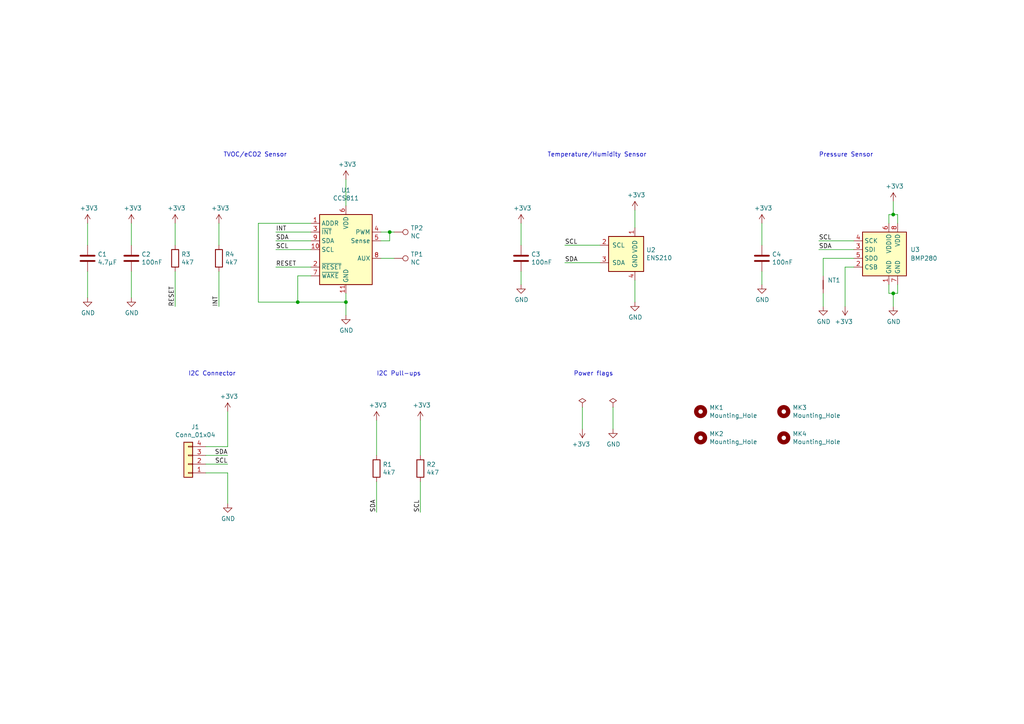
<source format=kicad_sch>
(kicad_sch (version 20211123) (generator eeschema)
  (paper "A4")
  (lib_symbols
    (symbol "Connector:TestPoint" (pin_numbers hide) (pin_names (offset 0.762) hide)
      (property "Reference" "TP" (at 0 6.858 0))
      (property "Value" "TestPoint" (at 0 5.08 0))
      (symbol "TestPoint_0_1"
        (circle (center 0 3.302) (radius 0.762))
      )
      (symbol "TestPoint_1_1"
        (pin passive line (at 0 0 90) (length 2.54) (name "1") (number "1"))
      )
    )
    (symbol "Connector_Generic:Conn_01x04" (pin_names (offset 1.016) hide)
      (property "Reference" "J" (at 0 5.08 0))
      (property "Value" "Conn_01x04" (at 0 -7.62 0))
      (symbol "Conn_01x04_1_1"
        (rectangle (start -1.27 -4.953) (end 0 -5.207) (stroke (width 0.1524)))
        (rectangle (start -1.27 -2.413) (end 0 -2.667) (stroke (width 0.1524)))
        (rectangle (start -1.27 0.127) (end 0 -0.127) (stroke (width 0.1524)))
        (rectangle (start -1.27 2.667) (end 0 2.413) (stroke (width 0.1524)))
        (rectangle (start -1.27 3.81) (end 1.27 -6.35) (stroke (width 0.254)) (fill (type background)))
        (pin passive line (at -5.08 2.54 0) (length 3.81) (name "Pin_1") (number "1"))
        (pin passive line (at -5.08 0 0) (length 3.81) (name "Pin_2") (number "2"))
        (pin passive line (at -5.08 -2.54 0) (length 3.81) (name "Pin_3") (number "3"))
        (pin passive line (at -5.08 -5.08 0) (length 3.81) (name "Pin_4") (number "4"))
      )
    )
    (symbol "Device:C" (pin_numbers hide) (pin_names (offset 0.254))
      (property "Reference" "C" (at 0.635 2.54 0))
      (property "Value" "C" (at 0.635 -2.54 0))
      (symbol "C_0_1"
        (polyline (pts (xy -2.032 -0.762) (xy 2.032 -0.762)) (stroke (width 0.508)))
        (polyline (pts (xy -2.032 0.762) (xy 2.032 0.762)) (stroke (width 0.508)))
      )
      (symbol "C_1_1"
        (pin passive line (at 0 3.81 270) (length 2.794) (name "~") (number "1"))
        (pin passive line (at 0 -3.81 90) (length 2.794) (name "~") (number "2"))
      )
    )
    (symbol "Device:NetTie_2" (pin_numbers hide) (pin_names (offset 0) hide)
      (property "Reference" "NT" (at 0 1.27 0))
      (property "Value" "NetTie_2" (at 0 -1.27 0))
      (symbol "NetTie_2_0_1"
        (polyline (pts (xy -1.27 0) (xy 1.27 0)) (stroke (width 0.254)))
      )
      (symbol "NetTie_2_1_1"
        (pin passive line (at -2.54 0 0) (length 2.54) (name "1") (number "1"))
        (pin passive line (at 2.54 0 180) (length 2.54) (name "2") (number "2"))
      )
    )
    (symbol "Device:R" (pin_numbers hide) (pin_names (offset 0))
      (property "Reference" "R" (at 2.032 0 90))
      (property "Value" "R" (at 0 0 90))
      (symbol "R_0_1"
        (rectangle (start -1.016 -2.54) (end 1.016 2.54) (stroke (width 0.254)))
      )
      (symbol "R_1_1"
        (pin passive line (at 0 3.81 270) (length 1.27) (name "~") (number "1"))
        (pin passive line (at 0 -3.81 90) (length 1.27) (name "~") (number "2"))
      )
    )
    (symbol "Mechanical:MountingHole" (pin_names (offset 1.016))
      (property "Reference" "H" (at 0 5.08 0))
      (property "Value" "MountingHole" (at 0 3.175 0))
      (symbol "MountingHole_0_1"
        (circle (center 0 0) (radius 1.27) (stroke (width 1.27)))
      )
    )
    (symbol "Sensor_Gas:CCS811"
      (property "Reference" "U" (at -8.89 13.97 0))
      (property "Value" "CCS811" (at -6.35 11.43 0))
      (symbol "CCS811_0_1"
        (rectangle (start -7.62 10.16) (end 7.62 -10.16) (stroke (width 0.254)) (fill (type background)))
      )
      (symbol "CCS811_1_1"
        (pin input line (at -10.16 7.62 0) (length 2.54) (name "ADDR") (number "1"))
        (pin input line (at -10.16 0 0) (length 2.54) (name "SCL") (number "10"))
        (pin power_in line (at 0 -12.7 90) (length 2.54) (name "GND") (number "11"))
        (pin input line (at -10.16 -5.08 0) (length 2.54) (name "~{RESET}") (number "2"))
        (pin output line (at -10.16 5.08 0) (length 2.54) (name "~{INT}") (number "3"))
        (pin output line (at 10.16 5.08 180) (length 2.54) (name "PWM") (number "4"))
        (pin bidirectional line (at 10.16 2.54 180) (length 2.54) (name "Sense") (number "5"))
        (pin power_in line (at 0 12.7 270) (length 2.54) (name "VDD") (number "6"))
        (pin input line (at -10.16 -7.62 0) (length 2.54) (name "~{WAKE}") (number "7"))
        (pin input line (at 10.16 -2.54 180) (length 2.54) (name "AUX") (number "8"))
        (pin bidirectional line (at -10.16 2.54 0) (length 2.54) (name "SDA") (number "9"))
      )
    )
    (symbol "Sensor_Humidity:ENS210" (pin_names (offset 1.016))
      (property "Reference" "U" (at -7.62 10.16 0))
      (property "Value" "ENS210" (at -7.62 7.62 0))
      (symbol "ENS210_0_1"
        (rectangle (start -5.08 5.08) (end 5.08 -5.08) (stroke (width 0.254)) (fill (type background)))
      )
      (symbol "ENS210_1_1"
        (pin power_in line (at 2.54 7.62 270) (length 2.54) (name "VDD") (number "1"))
        (pin input line (at -7.62 2.54 0) (length 2.54) (name "SCL") (number "2"))
        (pin bidirectional line (at -7.62 -2.54 0) (length 2.54) (name "SDA") (number "3"))
        (pin power_in line (at 2.54 -7.62 90) (length 2.54) (name "GND") (number "4"))
        (pin passive line (at 2.54 -7.62 90) (length 2.54) hide (name "GND") (number "5"))
      )
    )
    (symbol "Sensor_Pressure:BMP280"
      (property "Reference" "U" (at -7.62 10.16 0))
      (property "Value" "BMP280" (at 5.08 10.16 0))
      (symbol "BMP280_0_1"
        (rectangle (start -7.62 -5.08) (end 5.08 7.62) (stroke (width 0.254)) (fill (type background)))
      )
      (symbol "BMP280_1_1"
        (pin power_in line (at 0 -7.62 90) (length 2.54) (name "GND") (number "1"))
        (pin input line (at -10.16 -2.54 0) (length 2.54) (name "CSB") (number "2"))
        (pin bidirectional line (at -10.16 2.54 0) (length 2.54) (name "SDI") (number "3"))
        (pin input line (at -10.16 5.08 0) (length 2.54) (name "SCK") (number "4"))
        (pin bidirectional line (at -10.16 0 0) (length 2.54) (name "SDO") (number "5"))
        (pin power_in line (at 0 10.16 270) (length 2.54) (name "VDDIO") (number "6"))
        (pin power_in line (at 2.54 -7.62 90) (length 2.54) (name "GND") (number "7"))
        (pin power_in line (at 2.54 10.16 270) (length 2.54) (name "VDD") (number "8"))
      )
    )
    (symbol "power:+3V3" (power) (pin_names (offset 0))
      (property "Value" "+3V3" (at 0 3.556 0))
      (symbol "+3V3_0_1"
        (polyline (pts (xy -0.762 1.27) (xy 0 2.54)))
        (polyline (pts (xy 0 0) (xy 0 2.54)))
        (polyline (pts (xy 0 2.54) (xy 0.762 1.27)))
      )
      (symbol "+3V3_1_1"
        (pin power_in line (at 0 0 90) (length 0) hide (name "+3V3") (number "1"))
      )
    )
    (symbol "power:GND" (power) (pin_names (offset 0))
      (property "Value" "GND" (at 0 -3.81 0))
      (symbol "GND_0_1"
        (polyline (pts (xy 0 0) (xy 0 -1.27) (xy 1.27 -1.27) (xy 0 -2.54) (xy -1.27 -1.27) (xy 0 -1.27)))
      )
      (symbol "GND_1_1"
        (pin power_in line (at 0 0 270) (length 0) hide (name "GND") (number "1"))
      )
    )
    (symbol "power:PWR_FLAG" (power) (pin_numbers hide) (pin_names (offset 0) hide)
      (property "Value" "PWR_FLAG" (at 0 3.81 0))
      (symbol "PWR_FLAG_0_0"
        (pin power_out line (at 0 0 90) (length 0) (name "pwr") (number "1"))
      )
      (symbol "PWR_FLAG_0_1"
        (polyline (pts (xy 0 0) (xy 0 1.27) (xy -1.016 1.905) (xy 0 2.54) (xy 1.016 1.905) (xy 0 1.27)))
      )
    )
  )
  (junction (at 113.03 67.31))
  (junction (at 100.33 87.63))
  (junction (at 259.08 62.23))
  (junction (at 86.36 87.63))
  (junction (at 259.08 85.09))
  (wire (pts (xy 109.22 132.08) (xy 109.22 121.92)))
  (wire (pts (xy 238.76 74.93) (xy 238.76 80.01)))
  (wire (pts (xy 259.08 62.23) (xy 260.35 62.23)))
  (wire (pts (xy 66.04 129.54) (xy 66.04 119.38)))
  (wire (pts (xy 25.4 64.77) (xy 25.4 71.12)))
  (wire (pts (xy 184.15 81.28) (xy 184.15 87.63)))
  (wire (pts (xy 59.69 137.16) (xy 66.04 137.16)))
  (wire (pts (xy 257.81 64.77) (xy 257.81 62.23)))
  (wire (pts (xy 113.03 69.85) (xy 110.49 69.85)))
  (wire (pts (xy 121.92 139.7) (xy 121.92 148.59)))
  (wire (pts (xy 100.33 87.63) (xy 100.33 91.44)))
  (wire (pts (xy 100.33 59.69) (xy 100.33 52.07)))
  (wire (pts (xy 259.08 58.42) (xy 259.08 62.23)))
  (wire (pts (xy 66.04 137.16) (xy 66.04 146.05)))
  (wire (pts (xy 90.17 64.77) (xy 74.93 64.77)))
  (wire (pts (xy 245.11 77.47) (xy 245.11 88.9)))
  (wire (pts (xy 90.17 67.31) (xy 80.01 67.31)))
  (wire (pts (xy 177.8 118.11) (xy 177.8 124.46)))
  (wire (pts (xy 247.65 69.85) (xy 237.49 69.85)))
  (wire (pts (xy 259.08 88.9) (xy 259.08 85.09)))
  (wire (pts (xy 173.99 76.2) (xy 163.83 76.2)))
  (wire (pts (xy 220.98 78.74) (xy 220.98 82.55)))
  (wire (pts (xy 86.36 87.63) (xy 100.33 87.63)))
  (wire (pts (xy 50.8 64.77) (xy 50.8 71.12)))
  (wire (pts (xy 257.81 62.23) (xy 259.08 62.23)))
  (wire (pts (xy 86.36 80.01) (xy 86.36 87.63)))
  (wire (pts (xy 110.49 67.31) (xy 113.03 67.31)))
  (wire (pts (xy 260.35 85.09) (xy 260.35 82.55)))
  (wire (pts (xy 173.99 71.12) (xy 163.83 71.12)))
  (wire (pts (xy 257.81 82.55) (xy 257.81 85.09)))
  (wire (pts (xy 110.49 74.93) (xy 114.3 74.93)))
  (wire (pts (xy 220.98 64.77) (xy 220.98 71.12)))
  (wire (pts (xy 90.17 80.01) (xy 86.36 80.01)))
  (wire (pts (xy 247.65 72.39) (xy 237.49 72.39)))
  (wire (pts (xy 247.65 77.47) (xy 245.11 77.47)))
  (wire (pts (xy 74.93 87.63) (xy 86.36 87.63)))
  (wire (pts (xy 247.65 74.93) (xy 238.76 74.93)))
  (wire (pts (xy 238.76 85.09) (xy 238.76 88.9)))
  (wire (pts (xy 38.1 64.77) (xy 38.1 71.12)))
  (wire (pts (xy 257.81 85.09) (xy 259.08 85.09)))
  (wire (pts (xy 114.3 67.31) (xy 113.03 67.31)))
  (wire (pts (xy 109.22 139.7) (xy 109.22 148.59)))
  (wire (pts (xy 184.15 60.96) (xy 184.15 66.04)))
  (wire (pts (xy 121.92 132.08) (xy 121.92 121.92)))
  (wire (pts (xy 151.13 82.55) (xy 151.13 78.74)))
  (wire (pts (xy 90.17 72.39) (xy 80.01 72.39)))
  (wire (pts (xy 50.8 78.74) (xy 50.8 88.9)))
  (wire (pts (xy 113.03 67.31) (xy 113.03 69.85)))
  (wire (pts (xy 259.08 85.09) (xy 260.35 85.09)))
  (wire (pts (xy 151.13 71.12) (xy 151.13 64.77)))
  (wire (pts (xy 63.5 64.77) (xy 63.5 71.12)))
  (wire (pts (xy 59.69 129.54) (xy 66.04 129.54)))
  (wire (pts (xy 25.4 78.74) (xy 25.4 86.36)))
  (wire (pts (xy 59.69 132.08) (xy 66.04 132.08)))
  (wire (pts (xy 74.93 64.77) (xy 74.93 87.63)))
  (wire (pts (xy 260.35 62.23) (xy 260.35 64.77)))
  (wire (pts (xy 90.17 69.85) (xy 80.01 69.85)))
  (wire (pts (xy 100.33 85.09) (xy 100.33 87.63)))
  (wire (pts (xy 59.69 134.62) (xy 66.04 134.62)))
  (wire (pts (xy 38.1 78.74) (xy 38.1 86.36)))
  (wire (pts (xy 168.91 118.11) (xy 168.91 124.46)))
  (wire (pts (xy 63.5 78.74) (xy 63.5 88.9)))
  (wire (pts (xy 90.17 77.47) (xy 80.01 77.47)))
  (text "TVOC/eCO2 Sensor" (at 64.77 45.72 0) (effects (font (size 1.27 1.27)) (justify left bottom)))
  (text "Power flags" (at 166.37 109.22 0) (effects (font (size 1.27 1.27)) (justify left bottom)))
  (text "Temperature/Humidity Sensor" (at 158.75 45.72 0) (effects (font (size 1.27 1.27)) (justify left bottom)))
  (text "I2C Connector" (at 54.61 109.22 0) (effects (font (size 1.27 1.27)) (justify left bottom)))
  (text "Pressure Sensor" (at 237.49 45.72 0) (effects (font (size 1.27 1.27)) (justify left bottom)))
  (text "I2C Pull-ups" (at 109.22 109.22 0) (effects (font (size 1.27 1.27)) (justify left bottom)))
  (label "SDA" (at 66.04 132.08 180))
  (label "SCL" (at 80.01 72.39 0))
  (label "SDA" (at 80.01 69.85 0))
  (label "SDA" (at 163.83 76.2 0))
  (label "SCL" (at 163.83 71.12 0))
  (label "SCL" (at 237.49 69.85 0))
  (label "SCL" (at 66.04 134.62 180))
  (label "INT" (at 63.5 88.9 90))
  (label "RESET" (at 50.8 88.9 90))
  (label "INT" (at 80.01 67.31 0))
  (label "SDA" (at 237.49 72.39 0))
  (label "SDA" (at 109.22 148.59 90))
  (label "RESET" (at 80.01 77.47 0))
  (label "SCL" (at 121.92 148.59 90))
  (symbol (lib_id "Sensor_Gas:CCS811") (at 100.33 72.39 0) (unit 1)
    (property "Reference" "U1" (at 100.33 55.1688 0))
    (property "Value" "CCS811" (at 100.33 57.4802 0))
    (property "Footprint" "Package_LGA:AMS_LGA-10-1EP_2.7x4mm_P0.6mm" (effects hide))
    (property "Datasheet" "http://ams.com/eng/Products/Environmental-Sensors/Air-Quality-Sensors/CCS811" (effects hide))
  )
  (symbol (lib_id "Sensor_Humidity:ENS210") (at 181.61 73.66 0) (unit 1)
    (property "Reference" "U2" (at 187.4266 72.4916 0) (effects (justify left)))
    (property "Value" "ENS210" (at 187.4266 74.803 0) (effects (justify left)))
    (property "Footprint" "Package_DFN_QFN:AMS_QFN-4-1EP_2x2mm_P0.95mm_EP0.7x1.6mm" (effects hide))
    (property "Datasheet" "http://ams.com/eng/Products/Environmental-Sensors/Relative-Humidity-and-Temperature-Sensors/ENS210" (effects hide))
  )
  (symbol (lib_id "Sensor_Pressure:BMP280") (at 257.81 74.93 0) (unit 1)
    (property "Reference" "U3" (at 265.43 72.39 0))
    (property "Value" "BMP280" (at 267.97 74.93 0))
    (property "Footprint" "Package_LGA:Bosch_LGA-8_2x2.5mm_P0.65mm_ClockwisePinNumbering" (effects hide))
    (property "Datasheet" "https://ae-bst.resource.bosch.com/media/_tech/media/datasheets/BST-BMP280-DS001.pdf" (effects hide))
    (property "MPN" "BMP280" (effects hide))
    (property "Manuf" "Bosch" (effects hide))
    (property "BOM" "Bosch BMP280" (effects hide))
  )
  (symbol (lib_id "power:GND") (at 100.33 91.44 0) (unit 1)
    (property "Reference" "#PWR012" (effects hide))
    (property "Value" "GND" (at 100.457 95.8342 0))
  )
  (symbol (lib_id "power:GND") (at 184.15 87.63 0) (unit 1)
    (property "Reference" "#PWR016" (effects hide))
    (property "Value" "GND" (at 184.277 92.0242 0))
  )
  (symbol (lib_id "power:+3V3") (at 184.15 60.96 0) (unit 1)
    (property "Reference" "#PWR015" (effects hide))
    (property "Value" "+3V3" (at 184.531 56.5658 0))
  )
  (symbol (lib_id "power:+3V3") (at 100.33 52.07 0) (unit 1)
    (property "Reference" "#PWR011" (effects hide))
    (property "Value" "+3V3" (at 100.711 47.6758 0))
  )
  (symbol (lib_id "Device:C") (at 220.98 74.93 0) (unit 1)
    (property "Reference" "C4" (at 223.901 73.7616 0) (effects (justify left)))
    (property "Value" "100nF" (at 223.901 76.073 0) (effects (justify left)))
    (property "Footprint" "Capacitor_SMD:C_0402_1005Metric" (effects hide))
  )
  (symbol (lib_id "Device:C") (at 151.13 74.93 0) (unit 1)
    (property "Reference" "C3" (at 154.051 73.7616 0) (effects (justify left)))
    (property "Value" "100nF" (at 154.051 76.073 0) (effects (justify left)))
    (property "Footprint" "Capacitor_SMD:C_0402_1005Metric" (effects hide))
  )
  (symbol (lib_id "Device:C") (at 25.4 74.93 0) (unit 1)
    (property "Reference" "C1" (at 28.321 73.7616 0) (effects (justify left)))
    (property "Value" "4.7µF" (at 28.321 76.073 0) (effects (justify left)))
    (property "Footprint" "Capacitor_SMD:C_0402_1005Metric" (effects hide))
  )
  (symbol (lib_id "power:+3V3") (at 25.4 64.77 0) (unit 1)
    (property "Reference" "#PWR01" (effects hide))
    (property "Value" "+3V3" (at 25.781 60.3758 0))
  )
  (symbol (lib_id "power:+3V3") (at 151.13 64.77 0) (unit 1)
    (property "Reference" "#PWR03" (effects hide))
    (property "Value" "+3V3" (at 151.511 60.3758 0))
  )
  (symbol (lib_id "power:+3V3") (at 220.98 64.77 0) (unit 1)
    (property "Reference" "#PWR07" (effects hide))
    (property "Value" "+3V3" (at 221.361 60.3758 0))
  )
  (symbol (lib_id "power:GND") (at 220.98 82.55 0) (unit 1)
    (property "Reference" "#PWR08" (effects hide))
    (property "Value" "GND" (at 221.107 86.9442 0))
  )
  (symbol (lib_id "power:GND") (at 151.13 82.55 0) (unit 1)
    (property "Reference" "#PWR04" (effects hide))
    (property "Value" "GND" (at 151.257 86.9442 0))
  )
  (symbol (lib_id "power:GND") (at 25.4 86.36 0) (unit 1)
    (property "Reference" "#PWR02" (effects hide))
    (property "Value" "GND" (at 25.527 90.7542 0))
  )
  (symbol (lib_id "Connector_Generic:Conn_01x04") (at 54.61 134.62 180) (unit 1)
    (property "Reference" "J1" (at 56.642 123.825 0))
    (property "Value" "Conn_01x04" (at 56.642 126.1364 0))
    (property "Footprint" "Connector_PinHeader_1.27mm:PinHeader_1x04_P1.27mm_Vertical" (effects hide))
  )
  (symbol (lib_id "power:GND") (at 66.04 146.05 0) (unit 1)
    (property "Reference" "#PWR06" (effects hide))
    (property "Value" "GND" (at 66.167 150.4442 0))
  )
  (symbol (lib_id "power:+3V3") (at 66.04 119.38 0) (unit 1)
    (property "Reference" "#PWR05" (effects hide))
    (property "Value" "+3V3" (at 66.421 114.9858 0))
  )
  (symbol (lib_id "Device:R") (at 109.22 135.89 180) (unit 1)
    (property "Reference" "R1" (at 110.998 134.7216 0) (effects (justify right)))
    (property "Value" "4k7" (at 110.998 137.033 0) (effects (justify right)))
    (property "Footprint" "Resistor_SMD:R_0402_1005Metric" (effects hide))
  )
  (symbol (lib_id "Device:R") (at 121.92 135.89 180) (unit 1)
    (property "Reference" "R2" (at 123.698 134.7216 0) (effects (justify right)))
    (property "Value" "4k7" (at 123.698 137.033 0) (effects (justify right)))
    (property "Footprint" "Resistor_SMD:R_0402_1005Metric" (effects hide))
  )
  (symbol (lib_id "power:+3V3") (at 109.22 121.92 0) (unit 1)
    (property "Reference" "#PWR09" (effects hide))
    (property "Value" "+3V3" (at 109.601 117.5258 0))
  )
  (symbol (lib_id "power:+3V3") (at 121.92 121.92 0) (unit 1)
    (property "Reference" "#PWR010" (effects hide))
    (property "Value" "+3V3" (at 122.301 117.5258 0))
  )
  (symbol (lib_id "Device:R") (at 50.8 74.93 180) (unit 1)
    (property "Reference" "R3" (at 52.578 73.7616 0) (effects (justify right)))
    (property "Value" "4k7" (at 52.578 76.073 0) (effects (justify right)))
    (property "Footprint" "Resistor_SMD:R_0402_1005Metric" (effects hide))
  )
  (symbol (lib_id "Device:R") (at 63.5 74.93 180) (unit 1)
    (property "Reference" "R4" (at 65.278 73.7616 0) (effects (justify right)))
    (property "Value" "4k7" (at 65.278 76.073 0) (effects (justify right)))
    (property "Footprint" "Resistor_SMD:R_0402_1005Metric" (effects hide))
  )
  (symbol (lib_id "power:+3V3") (at 50.8 64.77 0) (unit 1)
    (property "Reference" "#PWR013" (effects hide))
    (property "Value" "+3V3" (at 51.181 60.3758 0))
  )
  (symbol (lib_id "power:+3V3") (at 63.5 64.77 0) (unit 1)
    (property "Reference" "#PWR014" (effects hide))
    (property "Value" "+3V3" (at 63.881 60.3758 0))
  )
  (symbol (lib_id "Connector:TestPoint") (at 114.3 74.93 270) (unit 1)
    (property "Reference" "TP1" (at 119.0752 73.7616 90) (effects (justify left)))
    (property "Value" "NC" (at 119.0752 76.073 90) (effects (justify left)))
    (property "Footprint" "TestPoint:TestPoint_Pad_D1.0mm" (effects hide))
  )
  (symbol (lib_id "Mechanical:MountingHole") (at 203.2 119.38 0) (unit 1)
    (property "Reference" "MK1" (at 205.74 118.2116 0) (effects (justify left)))
    (property "Value" "Mounting_Hole" (at 205.74 120.523 0) (effects (justify left)))
    (property "Footprint" "TestPoint:TestPoint_Plated_Hole_D2.0mm" (effects hide))
  )
  (symbol (lib_id "Mechanical:MountingHole") (at 203.2 127 0) (unit 1)
    (property "Reference" "MK2" (at 205.74 125.8316 0) (effects (justify left)))
    (property "Value" "Mounting_Hole" (at 205.74 128.143 0) (effects (justify left)))
    (property "Footprint" "TestPoint:TestPoint_Plated_Hole_D2.0mm" (effects hide))
  )
  (symbol (lib_id "Connector:TestPoint") (at 114.3 67.31 270) (unit 1)
    (property "Reference" "TP2" (at 119.0752 66.1416 90) (effects (justify left)))
    (property "Value" "NC" (at 119.0752 68.453 90) (effects (justify left)))
    (property "Footprint" "TestPoint:TestPoint_Pad_D1.0mm" (effects hide))
  )
  (symbol (lib_id "power:GND") (at 259.08 88.9 0) (unit 1)
    (property "Reference" "#PWR0101" (effects hide))
    (property "Value" "GND" (at 259.207 93.2942 0))
  )
  (symbol (lib_id "power:+3V3") (at 259.08 58.42 0) (unit 1)
    (property "Reference" "#PWR0102" (effects hide))
    (property "Value" "+3V3" (at 259.461 54.0258 0))
  )
  (symbol (lib_id "power:+3V3") (at 245.11 88.9 180) (unit 1)
    (property "Reference" "#PWR0103" (effects hide))
    (property "Value" "+3V3" (at 244.729 93.2942 0))
  )
  (symbol (lib_id "power:GND") (at 238.76 88.9 0) (unit 1)
    (property "Reference" "#PWR0104" (effects hide))
    (property "Value" "GND" (at 238.887 93.2942 0))
  )
  (symbol (lib_id "Device:C") (at 38.1 74.93 0) (unit 1)
    (property "Reference" "C2" (at 41.021 73.7616 0) (effects (justify left)))
    (property "Value" "100nF" (at 41.021 76.073 0) (effects (justify left)))
    (property "Footprint" "Capacitor_SMD:C_0402_1005Metric" (effects hide))
  )
  (symbol (lib_id "power:+3V3") (at 38.1 64.77 0) (unit 1)
    (property "Reference" "#PWR0105" (effects hide))
    (property "Value" "+3V3" (at 38.481 60.3758 0))
  )
  (symbol (lib_id "power:GND") (at 38.1 86.36 0) (unit 1)
    (property "Reference" "#PWR0106" (effects hide))
    (property "Value" "GND" (at 38.227 90.7542 0))
  )
  (symbol (lib_id "Mechanical:MountingHole") (at 227.33 119.38 0) (unit 1)
    (property "Reference" "MK3" (at 229.87 118.2116 0) (effects (justify left)))
    (property "Value" "Mounting_Hole" (at 229.87 120.523 0) (effects (justify left)))
    (property "Footprint" "TestPoint:TestPoint_Plated_Hole_D2.0mm" (effects hide))
  )
  (symbol (lib_id "Mechanical:MountingHole") (at 227.33 127 0) (unit 1)
    (property "Reference" "MK4" (at 229.87 125.8316 0) (effects (justify left)))
    (property "Value" "Mounting_Hole" (at 229.87 128.143 0) (effects (justify left)))
    (property "Footprint" "TestPoint:TestPoint_Plated_Hole_D2.0mm" (effects hide))
  )
  (symbol (lib_id "power:+3V3") (at 168.91 124.46 180) (unit 1)
    (property "Reference" "#PWR017" (effects hide))
    (property "Value" "+3V3" (at 168.529 128.8542 0))
  )
  (symbol (lib_id "power:PWR_FLAG") (at 168.91 118.11 0) (unit 1)
    (property "Reference" "#FLG01" (effects hide))
    (property "Value" "PWR_FLAG" (effects hide))
  )
  (symbol (lib_id "power:PWR_FLAG") (at 177.8 118.11 0) (unit 1)
    (property "Reference" "#FLG02" (effects hide))
    (property "Value" "PWR_FLAG" (effects hide))
  )
  (symbol (lib_id "Device:NetTie_2") (at 238.76 82.55 90) (unit 1)
    (property "Reference" "NT1" (at 240.03 81.2799 90) (effects (justify right)))
    (property "Value" "NetTie_2" (effects hide))
    (property "Footprint" "NetTie:NetTie-2_SMD_Pad0.25mm" (effects hide))
  )
  (symbol (lib_id "power:GND") (at 177.8 124.46 0) (unit 1)
    (property "Reference" "#PWR018" (effects hide))
    (property "Value" "GND" (at 177.927 128.8542 0))
  )
)
</source>
